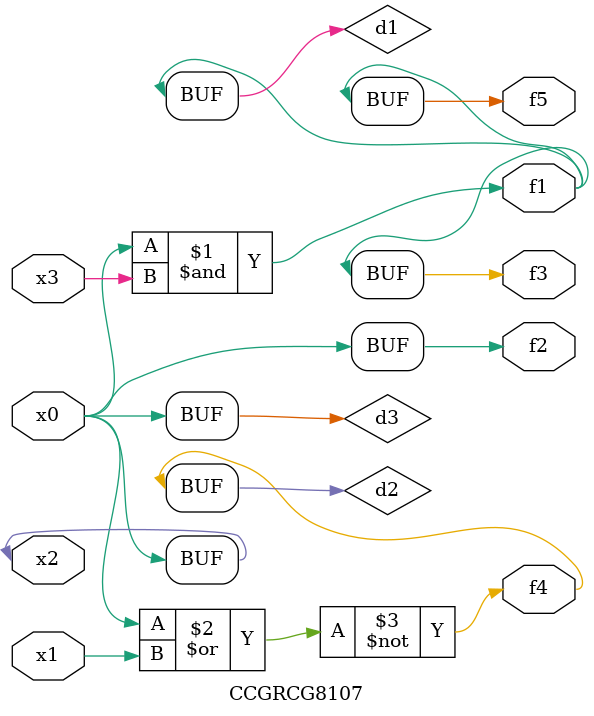
<source format=v>
module CCGRCG8107(
	input x0, x1, x2, x3,
	output f1, f2, f3, f4, f5
);

	wire d1, d2, d3;

	and (d1, x2, x3);
	nor (d2, x0, x1);
	buf (d3, x0, x2);
	assign f1 = d1;
	assign f2 = d3;
	assign f3 = d1;
	assign f4 = d2;
	assign f5 = d1;
endmodule

</source>
